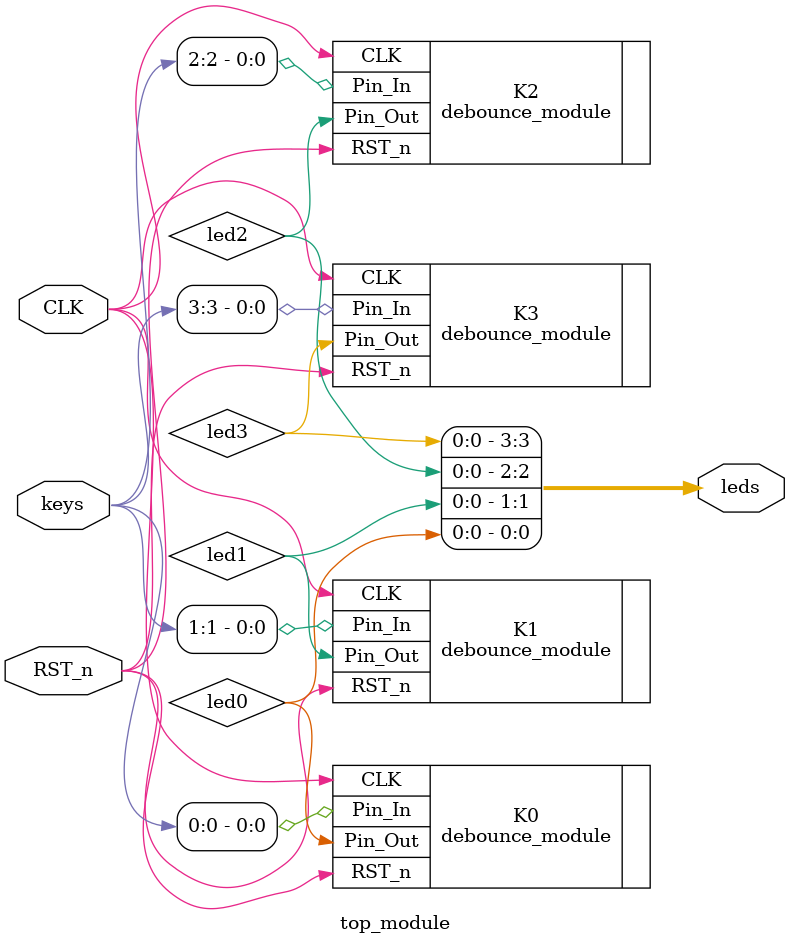
<source format=v>
`timescale 1ns / 1ps
module top_module(
    input CLK,
    input RST_n,
    input [3:0] keys,
    
    //写法一
    // output [3:0] leds
    
    //写法二
    output reg [3:0] leds
    );
    
    //按键按下led亮 按键弹起led灭
    
    //写法一
    // debounce_module K0(.CLK(CLK), .RST_n(RST_n), .Pin_In(keys[0]), .Pin_Out(leds[0]));
    // debounce_module K1(.CLK(CLK), .RST_n(RST_n), .Pin_In(keys[1]), .Pin_Out(leds[1]));
    // debounce_module K2(.CLK(CLK), .RST_n(RST_n), .Pin_In(keys[2]), .Pin_Out(leds[2]));
    // debounce_module K3(.CLK(CLK), .RST_n(RST_n), .Pin_In(keys[3]), .Pin_Out(leds[3]));
    
    //写法二
    //调用子模块时，输出接口只能用wire进行映射
    wire led0;
    wire led1;
    wire led2;
    wire led3;
    
    debounce_module K0(.CLK(CLK), .RST_n(RST_n), .Pin_In(keys[0]), .Pin_Out(led0));
    debounce_module K1(.CLK(CLK), .RST_n(RST_n), .Pin_In(keys[1]), .Pin_Out(led1));
    debounce_module K2(.CLK(CLK), .RST_n(RST_n), .Pin_In(keys[2]), .Pin_Out(led2));
    debounce_module K3(.CLK(CLK), .RST_n(RST_n), .Pin_In(keys[3]), .Pin_Out(led3));
    
    always @(*) begin
        leds <= {led3, led2, led1, led0};
    end
    
    // 不需要输出寄存器化
    // assign leds = {led3, led2, led1, led0};

endmodule

</source>
